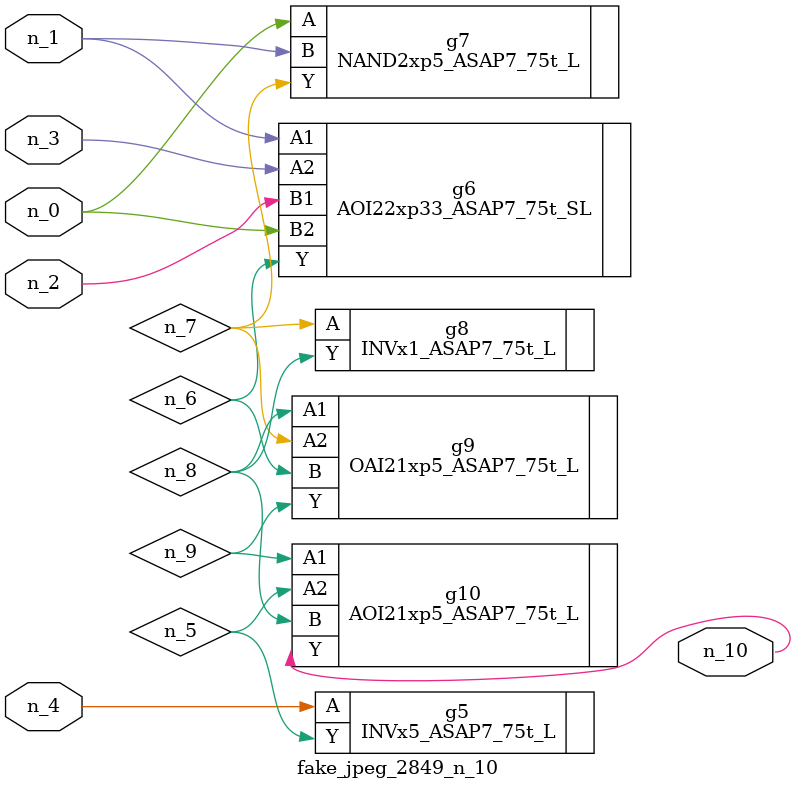
<source format=v>
module fake_jpeg_2849_n_10 (n_3, n_2, n_1, n_0, n_4, n_10);

input n_3;
input n_2;
input n_1;
input n_0;
input n_4;

output n_10;

wire n_8;
wire n_9;
wire n_6;
wire n_5;
wire n_7;

INVx5_ASAP7_75t_L g5 ( 
.A(n_4),
.Y(n_5)
);

AOI22xp33_ASAP7_75t_SL g6 ( 
.A1(n_1),
.A2(n_3),
.B1(n_2),
.B2(n_0),
.Y(n_6)
);

NAND2xp5_ASAP7_75t_L g7 ( 
.A(n_0),
.B(n_1),
.Y(n_7)
);

INVx1_ASAP7_75t_L g8 ( 
.A(n_7),
.Y(n_8)
);

OAI21xp5_ASAP7_75t_L g9 ( 
.A1(n_8),
.A2(n_7),
.B(n_6),
.Y(n_9)
);

AOI21xp5_ASAP7_75t_L g10 ( 
.A1(n_9),
.A2(n_5),
.B(n_8),
.Y(n_10)
);


endmodule
</source>
